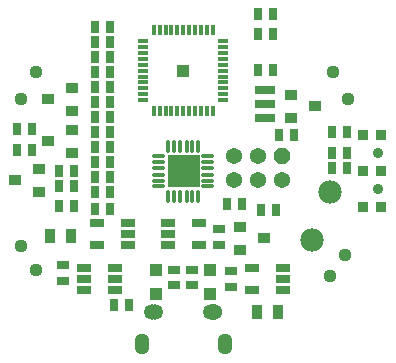
<source format=gts>
G75*
%MOIN*%
%OFA0B0*%
%FSLAX24Y24*%
%IPPOS*%
%LPD*%
%AMOC8*
5,1,8,0,0,1.08239X$1,22.5*
%
%ADD10R,0.0394X0.0394*%
%ADD11R,0.0158X0.0355*%
%ADD12R,0.0355X0.0158*%
%ADD13R,0.0709X0.0316*%
%ADD14R,0.0394X0.0316*%
%ADD15R,0.0316X0.0394*%
%ADD16C,0.0140*%
%ADD17R,0.1070X0.1070*%
%ADD18R,0.0355X0.0355*%
%ADD19R,0.0512X0.0257*%
%ADD20R,0.0390X0.0350*%
%ADD21R,0.0355X0.0512*%
%ADD22R,0.0512X0.0276*%
%ADD23C,0.0540*%
%ADD24C,0.0530*%
%ADD25C,0.0512*%
%ADD26R,0.0434X0.0434*%
%ADD27C,0.0360*%
%ADD28OC8,0.0540*%
%ADD29C,0.0780*%
%ADD30C,0.0440*%
D10*
X024731Y028081D03*
D11*
X024731Y026743D03*
X024534Y026743D03*
X024338Y026743D03*
X024141Y026743D03*
X023944Y026743D03*
X023747Y026743D03*
X024928Y026743D03*
X025125Y026743D03*
X025322Y026743D03*
X025519Y026743D03*
X025716Y026743D03*
X025716Y029420D03*
X025519Y029420D03*
X025322Y029420D03*
X025125Y029420D03*
X024928Y029420D03*
X024731Y029420D03*
X024534Y029420D03*
X024338Y029420D03*
X024141Y029420D03*
X023944Y029420D03*
X023747Y029420D03*
D12*
X023393Y029066D03*
X023393Y028869D03*
X023393Y028672D03*
X023393Y028475D03*
X023393Y028278D03*
X023393Y028081D03*
X023393Y027884D03*
X023393Y027688D03*
X023393Y027491D03*
X023393Y027294D03*
X023393Y027097D03*
X026070Y027097D03*
X026070Y027294D03*
X026070Y027491D03*
X026070Y027688D03*
X026070Y027884D03*
X026070Y028081D03*
X026070Y028278D03*
X026070Y028475D03*
X026070Y028672D03*
X026070Y028869D03*
X026070Y029066D03*
D13*
X027463Y027435D03*
X027463Y026962D03*
X027463Y026490D03*
D14*
X020731Y021075D03*
X020731Y021587D03*
X024431Y021437D03*
X024431Y020925D03*
X025031Y020925D03*
X025031Y021437D03*
X025931Y022275D03*
X025931Y022787D03*
X026331Y021387D03*
X026331Y020875D03*
D15*
X027325Y023431D03*
X027837Y023431D03*
X026687Y023631D03*
X026175Y023631D03*
X027925Y025931D03*
X028437Y025931D03*
X029675Y026031D03*
X029675Y025331D03*
X029675Y024831D03*
X030187Y024831D03*
X030187Y025331D03*
X030187Y026031D03*
X027719Y028112D03*
X027207Y028112D03*
X027207Y029312D03*
X027719Y029312D03*
X027719Y029962D03*
X027207Y029962D03*
X022287Y029531D03*
X022287Y029031D03*
X022287Y028531D03*
X022287Y028031D03*
X022287Y027531D03*
X022287Y027031D03*
X022287Y026531D03*
X022287Y026031D03*
X022287Y025531D03*
X022287Y025031D03*
X022287Y024531D03*
X022287Y024031D03*
X021775Y024031D03*
X021775Y024531D03*
X021775Y025031D03*
X021775Y025531D03*
X021775Y026031D03*
X021775Y026531D03*
X021775Y027031D03*
X021775Y027531D03*
X021775Y028031D03*
X021775Y028531D03*
X021775Y029031D03*
X021775Y029531D03*
X019687Y026131D03*
X019175Y026131D03*
X019175Y025431D03*
X019687Y025431D03*
X020575Y024731D03*
X020575Y024231D03*
X021087Y024231D03*
X021087Y023581D03*
X020575Y023581D03*
X021775Y023481D03*
X022287Y023481D03*
X021087Y024731D03*
X022425Y020281D03*
X022937Y020281D03*
D16*
X024233Y023746D02*
X024233Y024046D01*
X024431Y024046D02*
X024431Y023746D01*
X024630Y023746D02*
X024630Y024046D01*
X024841Y024046D02*
X024841Y023746D01*
X025038Y023746D02*
X025038Y024046D01*
X025238Y024046D02*
X025238Y023746D01*
X025403Y024221D02*
X025703Y024221D01*
X025703Y024419D02*
X025403Y024419D01*
X025403Y024618D02*
X025703Y024618D01*
X025703Y024829D02*
X025403Y024829D01*
X025403Y025026D02*
X025703Y025026D01*
X025703Y025226D02*
X025403Y025226D01*
X025238Y025401D02*
X025238Y025701D01*
X025038Y025701D02*
X025038Y025401D01*
X024841Y025401D02*
X024841Y025701D01*
X024630Y025701D02*
X024630Y025401D01*
X024431Y025401D02*
X024431Y025701D01*
X024233Y025701D02*
X024233Y025401D01*
X024068Y025226D02*
X023768Y025226D01*
X023768Y025026D02*
X024068Y025026D01*
X024068Y024829D02*
X023768Y024829D01*
X023768Y024618D02*
X024068Y024618D01*
X024068Y024419D02*
X023768Y024419D01*
X023768Y024221D02*
X024068Y024221D01*
D17*
X024739Y024727D03*
D18*
X030735Y024731D03*
X031326Y024731D03*
X031327Y023531D03*
X030736Y023531D03*
X030736Y025931D03*
X031327Y025931D03*
D19*
X028043Y021505D03*
X028043Y021131D03*
X028043Y020757D03*
X027019Y020757D03*
X027019Y021505D03*
X022893Y022257D03*
X022893Y022631D03*
X022893Y023005D03*
X021869Y023005D03*
X021869Y022257D03*
X021419Y021505D03*
X021419Y021131D03*
X021419Y020757D03*
X022443Y020757D03*
X022443Y021131D03*
X022443Y021505D03*
D20*
X019931Y024041D03*
X019931Y024801D03*
X019131Y024421D03*
X020231Y025721D03*
X021031Y025341D03*
X021031Y026101D03*
X021031Y026741D03*
X021031Y027501D03*
X020231Y027121D03*
X026631Y022871D03*
X026631Y022111D03*
X027431Y022491D03*
X028331Y026511D03*
X029131Y026891D03*
X028331Y027271D03*
D21*
X027886Y020031D03*
X027177Y020031D03*
X020986Y022581D03*
X020277Y022581D03*
D22*
X024217Y022631D03*
X024217Y022257D03*
X024217Y023005D03*
X025245Y023005D03*
X025245Y022257D03*
D23*
X025761Y020041D03*
X026431Y024431D03*
X026431Y025231D03*
X027231Y025231D03*
X027231Y024431D03*
X028031Y024431D03*
D24*
X025661Y020041D03*
X023801Y020041D03*
X023701Y020041D03*
D25*
X023351Y019081D03*
X023351Y018881D03*
X026111Y018881D03*
X026111Y019081D03*
D26*
X025631Y020638D03*
X025631Y021425D03*
X023831Y021425D03*
X023831Y020638D03*
D27*
X031227Y024131D03*
X031227Y025331D03*
D28*
X028031Y025231D03*
D29*
X029631Y024031D03*
X029031Y022431D03*
D30*
X030131Y021931D03*
X029631Y021231D03*
X030231Y027131D03*
X029731Y028031D03*
X019831Y028031D03*
X019331Y027131D03*
X019331Y022231D03*
X019831Y021431D03*
M02*

</source>
